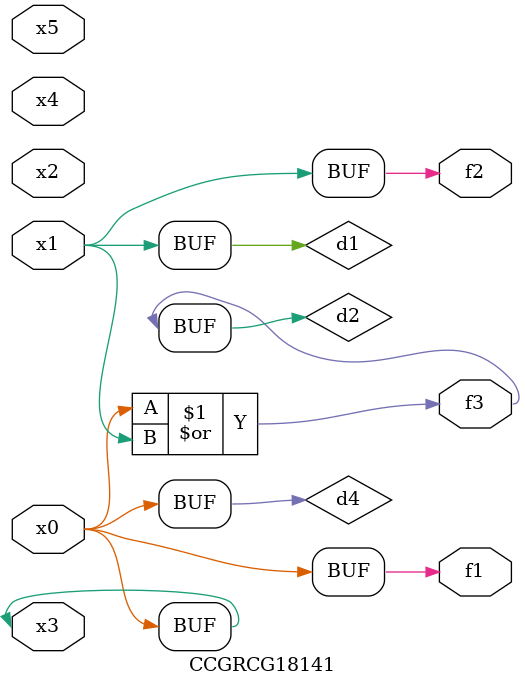
<source format=v>
module CCGRCG18141(
	input x0, x1, x2, x3, x4, x5,
	output f1, f2, f3
);

	wire d1, d2, d3, d4;

	and (d1, x1);
	or (d2, x0, x1);
	nand (d3, x0, x5);
	buf (d4, x0, x3);
	assign f1 = d4;
	assign f2 = d1;
	assign f3 = d2;
endmodule

</source>
